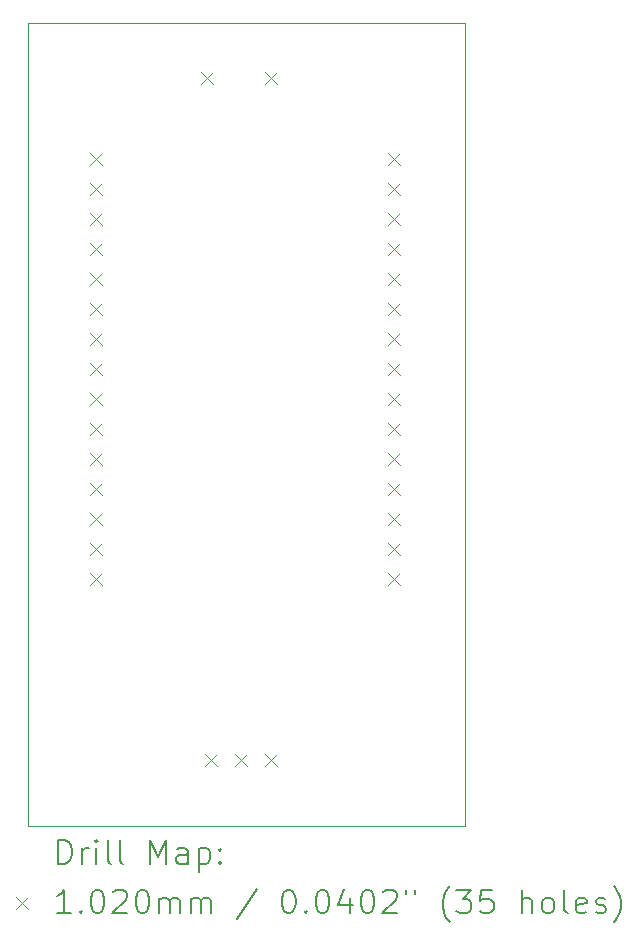
<source format=gbr>
%TF.GenerationSoftware,KiCad,Pcbnew,(6.0.11-0)*%
%TF.CreationDate,2024-11-12T18:08:24+07:00*%
%TF.ProjectId,1,312e6b69-6361-4645-9f70-636258585858,rev?*%
%TF.SameCoordinates,Original*%
%TF.FileFunction,Drillmap*%
%TF.FilePolarity,Positive*%
%FSLAX45Y45*%
G04 Gerber Fmt 4.5, Leading zero omitted, Abs format (unit mm)*
G04 Created by KiCad (PCBNEW (6.0.11-0)) date 2024-11-12 18:08:24*
%MOMM*%
%LPD*%
G01*
G04 APERTURE LIST*
%ADD10C,0.100000*%
%ADD11C,0.200000*%
%ADD12C,0.102000*%
G04 APERTURE END LIST*
D10*
X10400000Y-2700000D02*
X10400000Y-9500000D01*
X10400000Y-9500000D02*
X14100000Y-9500000D01*
X14100000Y-9500000D02*
X14100000Y-2700000D01*
X14100000Y-2700000D02*
X10400000Y-2700000D01*
D11*
D12*
X10919000Y-3800000D02*
X11021000Y-3902000D01*
X11021000Y-3800000D02*
X10919000Y-3902000D01*
X10919000Y-4054000D02*
X11021000Y-4156000D01*
X11021000Y-4054000D02*
X10919000Y-4156000D01*
X10919000Y-4308000D02*
X11021000Y-4410000D01*
X11021000Y-4308000D02*
X10919000Y-4410000D01*
X10919000Y-4562000D02*
X11021000Y-4664000D01*
X11021000Y-4562000D02*
X10919000Y-4664000D01*
X10919000Y-4816000D02*
X11021000Y-4918000D01*
X11021000Y-4816000D02*
X10919000Y-4918000D01*
X10919000Y-5070000D02*
X11021000Y-5172000D01*
X11021000Y-5070000D02*
X10919000Y-5172000D01*
X10919000Y-5324000D02*
X11021000Y-5426000D01*
X11021000Y-5324000D02*
X10919000Y-5426000D01*
X10919000Y-5578000D02*
X11021000Y-5680000D01*
X11021000Y-5578000D02*
X10919000Y-5680000D01*
X10919000Y-5832000D02*
X11021000Y-5934000D01*
X11021000Y-5832000D02*
X10919000Y-5934000D01*
X10919000Y-6086000D02*
X11021000Y-6188000D01*
X11021000Y-6086000D02*
X10919000Y-6188000D01*
X10919000Y-6340000D02*
X11021000Y-6442000D01*
X11021000Y-6340000D02*
X10919000Y-6442000D01*
X10919000Y-6594000D02*
X11021000Y-6696000D01*
X11021000Y-6594000D02*
X10919000Y-6696000D01*
X10919000Y-6848000D02*
X11021000Y-6950000D01*
X11021000Y-6848000D02*
X10919000Y-6950000D01*
X10919000Y-7102000D02*
X11021000Y-7204000D01*
X11021000Y-7102000D02*
X10919000Y-7204000D01*
X10919000Y-7356000D02*
X11021000Y-7458000D01*
X11021000Y-7356000D02*
X10919000Y-7458000D01*
X11864000Y-3116000D02*
X11966000Y-3218000D01*
X11966000Y-3116000D02*
X11864000Y-3218000D01*
X11891000Y-8883000D02*
X11993000Y-8985000D01*
X11993000Y-8883000D02*
X11891000Y-8985000D01*
X12145000Y-8883000D02*
X12247000Y-8985000D01*
X12247000Y-8883000D02*
X12145000Y-8985000D01*
X12399000Y-8883000D02*
X12501000Y-8985000D01*
X12501000Y-8883000D02*
X12399000Y-8985000D01*
X12404000Y-3116000D02*
X12506000Y-3218000D01*
X12506000Y-3116000D02*
X12404000Y-3218000D01*
X13444000Y-3800000D02*
X13546000Y-3902000D01*
X13546000Y-3800000D02*
X13444000Y-3902000D01*
X13444000Y-4054000D02*
X13546000Y-4156000D01*
X13546000Y-4054000D02*
X13444000Y-4156000D01*
X13444000Y-4308000D02*
X13546000Y-4410000D01*
X13546000Y-4308000D02*
X13444000Y-4410000D01*
X13444000Y-4562000D02*
X13546000Y-4664000D01*
X13546000Y-4562000D02*
X13444000Y-4664000D01*
X13444000Y-4816000D02*
X13546000Y-4918000D01*
X13546000Y-4816000D02*
X13444000Y-4918000D01*
X13444000Y-5070000D02*
X13546000Y-5172000D01*
X13546000Y-5070000D02*
X13444000Y-5172000D01*
X13444000Y-5324000D02*
X13546000Y-5426000D01*
X13546000Y-5324000D02*
X13444000Y-5426000D01*
X13444000Y-5578000D02*
X13546000Y-5680000D01*
X13546000Y-5578000D02*
X13444000Y-5680000D01*
X13444000Y-5832000D02*
X13546000Y-5934000D01*
X13546000Y-5832000D02*
X13444000Y-5934000D01*
X13444000Y-6086000D02*
X13546000Y-6188000D01*
X13546000Y-6086000D02*
X13444000Y-6188000D01*
X13444000Y-6340000D02*
X13546000Y-6442000D01*
X13546000Y-6340000D02*
X13444000Y-6442000D01*
X13444000Y-6594000D02*
X13546000Y-6696000D01*
X13546000Y-6594000D02*
X13444000Y-6696000D01*
X13444000Y-6848000D02*
X13546000Y-6950000D01*
X13546000Y-6848000D02*
X13444000Y-6950000D01*
X13444000Y-7102000D02*
X13546000Y-7204000D01*
X13546000Y-7102000D02*
X13444000Y-7204000D01*
X13444000Y-7356000D02*
X13546000Y-7458000D01*
X13546000Y-7356000D02*
X13444000Y-7458000D01*
D11*
X10652619Y-9815476D02*
X10652619Y-9615476D01*
X10700238Y-9615476D01*
X10728810Y-9625000D01*
X10747857Y-9644048D01*
X10757381Y-9663095D01*
X10766905Y-9701190D01*
X10766905Y-9729762D01*
X10757381Y-9767857D01*
X10747857Y-9786905D01*
X10728810Y-9805952D01*
X10700238Y-9815476D01*
X10652619Y-9815476D01*
X10852619Y-9815476D02*
X10852619Y-9682143D01*
X10852619Y-9720238D02*
X10862143Y-9701190D01*
X10871667Y-9691667D01*
X10890714Y-9682143D01*
X10909762Y-9682143D01*
X10976429Y-9815476D02*
X10976429Y-9682143D01*
X10976429Y-9615476D02*
X10966905Y-9625000D01*
X10976429Y-9634524D01*
X10985952Y-9625000D01*
X10976429Y-9615476D01*
X10976429Y-9634524D01*
X11100238Y-9815476D02*
X11081190Y-9805952D01*
X11071667Y-9786905D01*
X11071667Y-9615476D01*
X11205000Y-9815476D02*
X11185952Y-9805952D01*
X11176429Y-9786905D01*
X11176429Y-9615476D01*
X11433571Y-9815476D02*
X11433571Y-9615476D01*
X11500238Y-9758333D01*
X11566905Y-9615476D01*
X11566905Y-9815476D01*
X11747857Y-9815476D02*
X11747857Y-9710714D01*
X11738333Y-9691667D01*
X11719286Y-9682143D01*
X11681190Y-9682143D01*
X11662143Y-9691667D01*
X11747857Y-9805952D02*
X11728809Y-9815476D01*
X11681190Y-9815476D01*
X11662143Y-9805952D01*
X11652619Y-9786905D01*
X11652619Y-9767857D01*
X11662143Y-9748810D01*
X11681190Y-9739286D01*
X11728809Y-9739286D01*
X11747857Y-9729762D01*
X11843095Y-9682143D02*
X11843095Y-9882143D01*
X11843095Y-9691667D02*
X11862143Y-9682143D01*
X11900238Y-9682143D01*
X11919286Y-9691667D01*
X11928809Y-9701190D01*
X11938333Y-9720238D01*
X11938333Y-9777381D01*
X11928809Y-9796429D01*
X11919286Y-9805952D01*
X11900238Y-9815476D01*
X11862143Y-9815476D01*
X11843095Y-9805952D01*
X12024048Y-9796429D02*
X12033571Y-9805952D01*
X12024048Y-9815476D01*
X12014524Y-9805952D01*
X12024048Y-9796429D01*
X12024048Y-9815476D01*
X12024048Y-9691667D02*
X12033571Y-9701190D01*
X12024048Y-9710714D01*
X12014524Y-9701190D01*
X12024048Y-9691667D01*
X12024048Y-9710714D01*
D12*
X10293000Y-10094000D02*
X10395000Y-10196000D01*
X10395000Y-10094000D02*
X10293000Y-10196000D01*
D11*
X10757381Y-10235476D02*
X10643095Y-10235476D01*
X10700238Y-10235476D02*
X10700238Y-10035476D01*
X10681190Y-10064048D01*
X10662143Y-10083095D01*
X10643095Y-10092619D01*
X10843095Y-10216429D02*
X10852619Y-10225952D01*
X10843095Y-10235476D01*
X10833571Y-10225952D01*
X10843095Y-10216429D01*
X10843095Y-10235476D01*
X10976429Y-10035476D02*
X10995476Y-10035476D01*
X11014524Y-10045000D01*
X11024048Y-10054524D01*
X11033571Y-10073571D01*
X11043095Y-10111667D01*
X11043095Y-10159286D01*
X11033571Y-10197381D01*
X11024048Y-10216429D01*
X11014524Y-10225952D01*
X10995476Y-10235476D01*
X10976429Y-10235476D01*
X10957381Y-10225952D01*
X10947857Y-10216429D01*
X10938333Y-10197381D01*
X10928810Y-10159286D01*
X10928810Y-10111667D01*
X10938333Y-10073571D01*
X10947857Y-10054524D01*
X10957381Y-10045000D01*
X10976429Y-10035476D01*
X11119286Y-10054524D02*
X11128810Y-10045000D01*
X11147857Y-10035476D01*
X11195476Y-10035476D01*
X11214524Y-10045000D01*
X11224048Y-10054524D01*
X11233571Y-10073571D01*
X11233571Y-10092619D01*
X11224048Y-10121190D01*
X11109762Y-10235476D01*
X11233571Y-10235476D01*
X11357381Y-10035476D02*
X11376428Y-10035476D01*
X11395476Y-10045000D01*
X11405000Y-10054524D01*
X11414524Y-10073571D01*
X11424048Y-10111667D01*
X11424048Y-10159286D01*
X11414524Y-10197381D01*
X11405000Y-10216429D01*
X11395476Y-10225952D01*
X11376428Y-10235476D01*
X11357381Y-10235476D01*
X11338333Y-10225952D01*
X11328809Y-10216429D01*
X11319286Y-10197381D01*
X11309762Y-10159286D01*
X11309762Y-10111667D01*
X11319286Y-10073571D01*
X11328809Y-10054524D01*
X11338333Y-10045000D01*
X11357381Y-10035476D01*
X11509762Y-10235476D02*
X11509762Y-10102143D01*
X11509762Y-10121190D02*
X11519286Y-10111667D01*
X11538333Y-10102143D01*
X11566905Y-10102143D01*
X11585952Y-10111667D01*
X11595476Y-10130714D01*
X11595476Y-10235476D01*
X11595476Y-10130714D02*
X11605000Y-10111667D01*
X11624048Y-10102143D01*
X11652619Y-10102143D01*
X11671667Y-10111667D01*
X11681190Y-10130714D01*
X11681190Y-10235476D01*
X11776428Y-10235476D02*
X11776428Y-10102143D01*
X11776428Y-10121190D02*
X11785952Y-10111667D01*
X11805000Y-10102143D01*
X11833571Y-10102143D01*
X11852619Y-10111667D01*
X11862143Y-10130714D01*
X11862143Y-10235476D01*
X11862143Y-10130714D02*
X11871667Y-10111667D01*
X11890714Y-10102143D01*
X11919286Y-10102143D01*
X11938333Y-10111667D01*
X11947857Y-10130714D01*
X11947857Y-10235476D01*
X12338333Y-10025952D02*
X12166905Y-10283095D01*
X12595476Y-10035476D02*
X12614524Y-10035476D01*
X12633571Y-10045000D01*
X12643095Y-10054524D01*
X12652619Y-10073571D01*
X12662143Y-10111667D01*
X12662143Y-10159286D01*
X12652619Y-10197381D01*
X12643095Y-10216429D01*
X12633571Y-10225952D01*
X12614524Y-10235476D01*
X12595476Y-10235476D01*
X12576428Y-10225952D01*
X12566905Y-10216429D01*
X12557381Y-10197381D01*
X12547857Y-10159286D01*
X12547857Y-10111667D01*
X12557381Y-10073571D01*
X12566905Y-10054524D01*
X12576428Y-10045000D01*
X12595476Y-10035476D01*
X12747857Y-10216429D02*
X12757381Y-10225952D01*
X12747857Y-10235476D01*
X12738333Y-10225952D01*
X12747857Y-10216429D01*
X12747857Y-10235476D01*
X12881190Y-10035476D02*
X12900238Y-10035476D01*
X12919286Y-10045000D01*
X12928809Y-10054524D01*
X12938333Y-10073571D01*
X12947857Y-10111667D01*
X12947857Y-10159286D01*
X12938333Y-10197381D01*
X12928809Y-10216429D01*
X12919286Y-10225952D01*
X12900238Y-10235476D01*
X12881190Y-10235476D01*
X12862143Y-10225952D01*
X12852619Y-10216429D01*
X12843095Y-10197381D01*
X12833571Y-10159286D01*
X12833571Y-10111667D01*
X12843095Y-10073571D01*
X12852619Y-10054524D01*
X12862143Y-10045000D01*
X12881190Y-10035476D01*
X13119286Y-10102143D02*
X13119286Y-10235476D01*
X13071667Y-10025952D02*
X13024048Y-10168810D01*
X13147857Y-10168810D01*
X13262143Y-10035476D02*
X13281190Y-10035476D01*
X13300238Y-10045000D01*
X13309762Y-10054524D01*
X13319286Y-10073571D01*
X13328809Y-10111667D01*
X13328809Y-10159286D01*
X13319286Y-10197381D01*
X13309762Y-10216429D01*
X13300238Y-10225952D01*
X13281190Y-10235476D01*
X13262143Y-10235476D01*
X13243095Y-10225952D01*
X13233571Y-10216429D01*
X13224048Y-10197381D01*
X13214524Y-10159286D01*
X13214524Y-10111667D01*
X13224048Y-10073571D01*
X13233571Y-10054524D01*
X13243095Y-10045000D01*
X13262143Y-10035476D01*
X13405000Y-10054524D02*
X13414524Y-10045000D01*
X13433571Y-10035476D01*
X13481190Y-10035476D01*
X13500238Y-10045000D01*
X13509762Y-10054524D01*
X13519286Y-10073571D01*
X13519286Y-10092619D01*
X13509762Y-10121190D01*
X13395476Y-10235476D01*
X13519286Y-10235476D01*
X13595476Y-10035476D02*
X13595476Y-10073571D01*
X13671667Y-10035476D02*
X13671667Y-10073571D01*
X13966905Y-10311667D02*
X13957381Y-10302143D01*
X13938333Y-10273571D01*
X13928809Y-10254524D01*
X13919286Y-10225952D01*
X13909762Y-10178333D01*
X13909762Y-10140238D01*
X13919286Y-10092619D01*
X13928809Y-10064048D01*
X13938333Y-10045000D01*
X13957381Y-10016429D01*
X13966905Y-10006905D01*
X14024048Y-10035476D02*
X14147857Y-10035476D01*
X14081190Y-10111667D01*
X14109762Y-10111667D01*
X14128809Y-10121190D01*
X14138333Y-10130714D01*
X14147857Y-10149762D01*
X14147857Y-10197381D01*
X14138333Y-10216429D01*
X14128809Y-10225952D01*
X14109762Y-10235476D01*
X14052619Y-10235476D01*
X14033571Y-10225952D01*
X14024048Y-10216429D01*
X14328809Y-10035476D02*
X14233571Y-10035476D01*
X14224048Y-10130714D01*
X14233571Y-10121190D01*
X14252619Y-10111667D01*
X14300238Y-10111667D01*
X14319286Y-10121190D01*
X14328809Y-10130714D01*
X14338333Y-10149762D01*
X14338333Y-10197381D01*
X14328809Y-10216429D01*
X14319286Y-10225952D01*
X14300238Y-10235476D01*
X14252619Y-10235476D01*
X14233571Y-10225952D01*
X14224048Y-10216429D01*
X14576428Y-10235476D02*
X14576428Y-10035476D01*
X14662143Y-10235476D02*
X14662143Y-10130714D01*
X14652619Y-10111667D01*
X14633571Y-10102143D01*
X14605000Y-10102143D01*
X14585952Y-10111667D01*
X14576428Y-10121190D01*
X14785952Y-10235476D02*
X14766905Y-10225952D01*
X14757381Y-10216429D01*
X14747857Y-10197381D01*
X14747857Y-10140238D01*
X14757381Y-10121190D01*
X14766905Y-10111667D01*
X14785952Y-10102143D01*
X14814524Y-10102143D01*
X14833571Y-10111667D01*
X14843095Y-10121190D01*
X14852619Y-10140238D01*
X14852619Y-10197381D01*
X14843095Y-10216429D01*
X14833571Y-10225952D01*
X14814524Y-10235476D01*
X14785952Y-10235476D01*
X14966905Y-10235476D02*
X14947857Y-10225952D01*
X14938333Y-10206905D01*
X14938333Y-10035476D01*
X15119286Y-10225952D02*
X15100238Y-10235476D01*
X15062143Y-10235476D01*
X15043095Y-10225952D01*
X15033571Y-10206905D01*
X15033571Y-10130714D01*
X15043095Y-10111667D01*
X15062143Y-10102143D01*
X15100238Y-10102143D01*
X15119286Y-10111667D01*
X15128809Y-10130714D01*
X15128809Y-10149762D01*
X15033571Y-10168810D01*
X15205000Y-10225952D02*
X15224048Y-10235476D01*
X15262143Y-10235476D01*
X15281190Y-10225952D01*
X15290714Y-10206905D01*
X15290714Y-10197381D01*
X15281190Y-10178333D01*
X15262143Y-10168810D01*
X15233571Y-10168810D01*
X15214524Y-10159286D01*
X15205000Y-10140238D01*
X15205000Y-10130714D01*
X15214524Y-10111667D01*
X15233571Y-10102143D01*
X15262143Y-10102143D01*
X15281190Y-10111667D01*
X15357381Y-10311667D02*
X15366905Y-10302143D01*
X15385952Y-10273571D01*
X15395476Y-10254524D01*
X15405000Y-10225952D01*
X15414524Y-10178333D01*
X15414524Y-10140238D01*
X15405000Y-10092619D01*
X15395476Y-10064048D01*
X15385952Y-10045000D01*
X15366905Y-10016429D01*
X15357381Y-10006905D01*
M02*

</source>
